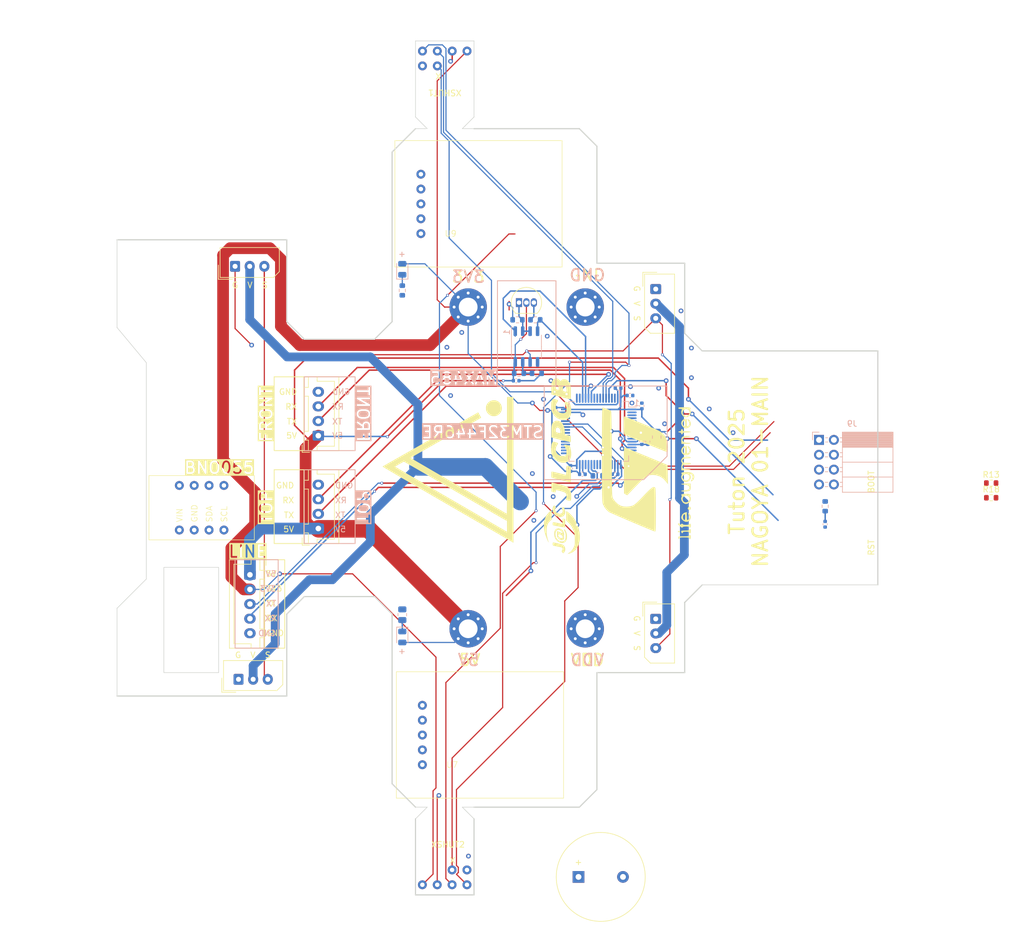
<source format=kicad_pcb>
(kicad_pcb (version 20221018) (generator pcbnew)
  (layers (0 "F.Cu" signal) (31 "B.Cu" signal) (34 "B.Paste" user) (35 "F.Paste" user) (36 "B.SilkS" user "B.Silkscreen") (37 "F.SilkS" user "F.Silkscreen") (38 "B.Mask" user) (39 "F.Mask" user) (44 "Edge.Cuts" user))
  (net 0 "")
  (net 1 "buzzer")
  (net 2 "GND")
  (net 3 "NRST")
  (net 4 "Net-(U1-VCAP_1)")
  (net 5 "+3V3")
  (net 6 "+5V")
  (net 7 "Net-(U1-VDDA)")
  (net 8 "VDD")
  (net 9 "Net-(D1-K)")
  (net 10 "Net-(D2-K)")
  (net 11 "UART4_TX")
  (net 12 "UART4_RX")
  (net 13 "UART5_TX")
  (net 14 "UART5_RX")
  (net 15 "UART2_TX")
  (net 16 "UART2_RX")
  (net 17 "STS_SIG")
  (net 18 "Net-(Q1-E)")
  (net 19 "Net-(Q1-B)")
  (net 20 "UART3_TX")
  (net 21 "BOOT0")
  (net 22 "Net-(U2-B)")
  (net 23 "Net-(U1-PB2)")
  (net 34 "XSHUT1")
  (net 35 "XSHUT2")
  (net 40 "I2C2_SCL")
  (net 45 "UART6_TX")
  (net 46 "UART6_RX")
  (net 50 "UART1_TX")
  (net 51 "UART1_RX")
  (net 57 "UART3_RX")
  (net 58 "I2C2_SDA")
  (net 61 "I2C1_SCL")
  (net 62 "I2C1_SDA")
  (net 64 "Battery_obs")
  (net 71 "Net-(J5-Pin_2)")
  (net 72 "Net-(J7-Pin_2)")
  (net 75 "Net-(U7-Trim)")
  (net 76 "Net-(U9-Trim)")
  (footprint "Connector_JST:JST_XH_B4B-XH-A_1x04_P2.50mm_Vertical" (layer "F.Cu") (at 104.394 94.488 90)
    (fp_text reference "J1" hide)
    (fp_text value "Front")
  )
  (footprint "logo:st_logo_big" (layer "F.Cu") (at 160.7 100.9 90)
    (fp_text reference "G***" hide)
    (fp_text value "LOGO" hide)
  )
  (footprint "MountingHole:MountingHole_3.2mm_M3_Pad_Via" (layer "F.Cu") (at 130 127.5)
    (fp_text reference "H4" hide)
    (fp_text value "ToMain5V")
  )
  (footprint "Resistor_SMD:R_0603_1608Metric" (layer "F.Cu") (at 219.375 102.59)
    (fp_text reference "R13")
    (fp_text value "2.2k")
  )
  (footprint "Connector_JST:JST_XH_B5B-XH-A_1x05_P2.50mm_Vertical" (layer "F.Cu") (at 92.71 118.27 -90)
    (fp_text reference "J3" hide)
    (fp_text value "toLINE")
  )
  (footprint "Connector_Molex:Molex_SPOX_5267-03A_1x03_P2.50mm_Vertical" (layer "F.Cu") (at 162.052 69.422 -90)
    (fp_text reference "J5" hide)
    (fp_text value "STS3032" hide)
  )
  (footprint "Package_TO_SOT_THT:TO-92_Inline" (layer "F.Cu") (at 138.684 71.734)
    (fp_text reference "Q1" hide)
    (fp_text value "2SA1015" hide)
  )
  (footprint "tuton:TPS5430_horizontal" (layer "F.Cu") (at 122.174 150.749)
    (fp_text reference "U7")
    (fp_text value "~")
  )
  (footprint "MountingHole:MountingHole_3.2mm_M3" (layer "F.Cu") (at 74 134)
    (fp_text reference "REF**" hide)
    (fp_text value "MountingHole_3.2mm_M3" hide)
  )
  (footprint "MountingHole:MountingHole_3.2mm_M3" (layer "F.Cu") (at 187.9 115)
    (fp_text reference "REF**" hide)
    (fp_text value "MountingHole_3.2mm_M3" hide)
  )
  (footprint "MountingHole:MountingHole_3.2mm_M3" (layer "F.Cu") (at 187.9 85)
    (fp_text reference "REF**" hide)
    (fp_text value "MountingHole_3.2mm_M3" hide)
  )
  (footprint "Connector_Molex:Molex_SPOX_5267-03A_1x03_P2.50mm_Vertical" (layer "F.Cu") (at 90.17 65.532)
    (fp_text reference "J8" hide)
    (fp_text value "STS3032" hide)
  )
  (footprint "Connector_Molex:Molex_SPOX_5267-03A_1x03_P2.50mm_Vertical" (layer "F.Cu") (at 90.758 136.144)
    (fp_text reference "J7" hide)
    (fp_text value "STS3032" hide)
  )
  (footprint "MountingHole:MountingHole_3.2mm_M3_Pad_Via" (layer "F.Cu") (at 150 72.5)
    (fp_text reference "H2" hide)
    (fp_text value "ToMainGND")
  )
  (footprint "tuton:vl53l0x_vertical" (layer "F.Cu") (at 127.254 171.27)
    (fp_text reference "U5" hide)
    (fp_text value "~")
  )
  (footprint "Connector_Molex:Molex_SPOX_5267-03A_1x03_P2.50mm_Vertical" (layer "F.Cu") (at 162.052 125.81 -90)
    (fp_text reference "J6" hide)
    (fp_text value "STS3032")
  )
  (footprint "Resistor_SMD:R_0603_1608Metric" (layer "F.Cu") (at 219.375 105.1)
    (fp_text reference "R18")
    (fp_text value "2.2k")
  )
  (footprint "MountingHole:MountingHole_3.2mm_M3_Pad_Via" (layer "F.Cu") (at 130 72.5)
    (fp_text reference "H3" hide)
    (fp_text value "ToMain3V3")
  )
  (footprint "logo:tuton_logo_big" (layer "F.Cu") (at 126.492 100.33 90)
    (fp_text reference "G***" hide)
    (fp_text value "LOGO" hide)
  )
  (footprint "tuton:vl53l0x_vertical" (layer "F.Cu") (at 124.73 28.73 180)
    (fp_text reference "U3" hide)
    (fp_text value "~")
  )
  (footprint "Connector_JST:JST_XH_B4B-XH-A_1x04_P2.50mm_Vertical" (layer "F.Cu") (at 104.394 110.363 90)
    (fp_text reference "J2" hide)
    (fp_text value "Top")
  )
  (footprint "Akiduki:BNO055" (layer "F.Cu") (at 84.455 106.807 90)
    (fp_text reference "U4" hide)
    (fp_text value "~")
  )
  (footprint "Buzzer_Beeper:Buzzer_15x7.5RM7.6" (layer "F.Cu") (at 148.854 169.926)
    (fp_text reference "BZ1" hide)
    (fp_text value "Buzzer" hide)
  )
  (footprint "tuton:TPS5430_horizontal" (layer "F.Cu") (at 121.92 59.944)
    (fp_text reference "U9")
    (fp_text value "~")
  )
  (footprint "logo:jlcpcb_logo_big" (layer "F.Cu") (at 146 99.7 90)
    (fp_text reference "G***" hide)
    (fp_text value "LOGO" hide)
  )
  (footprint "MountingHole:MountingHole_3.2mm_M3" (layer "F.Cu") (at 74 66)
    (fp_text reference "REF**" hide)
    (fp_text value "MountingHole_3.2mm_M3" hide)
  )
  (footprint "MountingHole:MountingHole_3.2mm_M3_Pad_Via" (layer "F.Cu") (at 150 127.5)
    (fp_text reference "H1" hide)
    (fp_text value "ToMainVDD")
  )
  (footprint "LED_SMD:LED_0805_2012Metric" (layer "B.Cu") (at 118.745 128.905 -90)
    (fp_text reference "D2" hide)
    (fp_text value "LED_GREEN" hide)
  )
  (footprint "Capacitor_SMD:C_0402_1005Metric" (layer "B.Cu") (at 159.679 95.496 -90)
    (fp_text reference "C10" hide)
    (fp_text value "100n" hide)
  )
  (footprint "Resistor_SMD:R_0603_1608Metric" (layer "B.Cu") (at 118.745 69.66 90)
    (fp_text reference "R7" hide)
    (fp_text value "470" hide)
  )
  (footprint "Capacitor_SMD:C_0402_1005Metric" (layer "B.Cu") (at 155.107 101.084 180)
    (fp_text reference "C4" hide)
    (fp_text value "100n" hide)
  )
  (footprint "Resistor_SMD:R_0603_1608Metric" (layer "B.Cu") (at 141.478 74.676)
    (fp_text reference "R1" hide)
    (fp_text value "7.5k" hide)
  )
  (footprint "Resistor_SMD:R_0603_1608Metric" (layer "B.Cu") (at 138.684 83.82)
    (fp_text reference "R4" hide)
    (fp_text value "2.2k" hide)
  )
  (footprint "Resistor_SMD:R_0603_1608Metric" (layer "B.Cu") (at 138.43 74.676 180)
    (fp_text reference "R3" hide)
    (fp_text value "20k" hide)
  )
  (footprint "Package_QFP:LQFP-64_10x10mm_P0.5mm" (layer "B.Cu") (at 152.313 93.754 180)
    (fp_text reference "U1" hide)
    (fp_text value "STM32F446RETx" hide)
  )
  (footprint "Capacitor_SMD:C_0402_1005Metric" (layer "B.Cu") (at 160.695 95.496 -90)
    (fp_text reference "C11" hide)
    (fp_text value "1u" hide)
  )
  (footprint "Capacitor_SMD:C_0402_1005Metric" (layer "B.Cu") (at 138.204 85.09)
    (fp_text reference "C9" hide)
    (fp_text value "100n" hide)
  )
  (footprint "Resistor_SMD:R_0603_1608Metric" (layer "B.Cu") (at 152.146 101.346)
    (fp_text reference "R6" hide)
    (fp_text value "10k" hide)
  )
  (footprint "Package_SO:SOP-8_3.9x4.9mm_P1.27mm" (layer "B.Cu") (at 139.954 79.248 -90)
    (fp_text reference "U2" hide)
    (fp_text value "MAX485ESA")
  )
  (footprint "Resistor_SMD:R_0805_2012Metric" (layer "B.Cu") (at 118.745 125.095 -90)
    (fp_text reference "R8" hide)
    (fp_text value "1k" hide)
  )
  (footprint "Capacitor_SMD:C_0402_1005Metric" (layer "B.Cu") (at 147.487 100.096 90)
    (fp_text reference "C5" hide)
    (fp_text value "100n" hide)
  )
  (footprint "Resistor_SMD:R_0603_1608Metric" (layer "B.Cu") (at 191.008 106.559 -90)
    (fp_text reference "R2" hide)
    (fp_text value "10k" hide)
  )
  (footprint "Capacitor_SMD:C_0402_1005Metric" (layer "B.Cu") (at 144.947 90.162 90)
    (fp_text reference "C6" hide)
    (fp_text value "100n" hide)
  )
  (footprint "Capacitor_SMD:C_0402_1005Metric" (layer "B.Cu") (at 191 109.629 -90)
    (fp_text reference "C1" hide)
    (fp_text value "100n" hide)
  )
  (footprint "Connector_PinSocket_2.54mm:PinSocket_2x04_P2.54mm_Horizontal" (layer "B.Cu") (at 189.955 95.21 180)
    (fp_text reference "J9")
    (fp_text value "WRITER CONN" hide)
  )
  (footprint "Resistor_SMD:R_0603_1608Metric" (layer "B.Cu") (at 141.732 83.82 180)
    (fp_text reference "R5" hide)
    (fp_text value "2.2k" hide)
  )
  (footprint "Capacitor_SMD:C_0402_1005Metric" (layer "B.Cu") (at 155.615 86.352)
    (fp_text reference "C8" hide)
    (fp_text value "100n" hide)
  )
  (footprint "Capacitor_SMD:C_0402_1005Metric" (layer "B.Cu") (at 149.519 101.084 180)
    (fp_text reference "C2" hide)
    (fp_text value "4.7u" hide)
  )
  (footprint "Capacitor_SMD:C_0402_1005Metric" (layer "B.Cu") (at 159.679 89.4 -90)
    (fp_text reference "C3" hide)
    (fp_text value "100n" hide)
  )
  (footprint "Resistor_SMD:R_0805_2012Metric" (layer "B.Cu") (at 162.219 94.734 -90)
    (fp_text reference "FB1" hide)
    (fp_text value "FerriteBead" hide)
  )
  (footprint "Capacitor_SMD:C_0402_1005Metric" (layer "B.Cu") (at 157.647 87.622)
    (fp_text reference "C7" hide)
    (fp_text value "4.7u" hide)
  )
  (footprint "LED_SMD:LED_0805_2012Metric" (layer "B.Cu") (at 118.745 66.04 90)
    (fp_text reference "D1" hide)
    (fp_text value "LED_GREEN" hide)
  )
  (gr_rect (start 135 68) (end 145 86) (stroke (width 0.15)) (fill none) (layer "B.SilkS"))
  (gr_rect (start 90.172 115.7) (end 97.536 130.81) (stroke (width 0.15)) (fill none) (layer "B.SilkS"))
  (gr_rect (start 101.990786 100.313) (end 110.682786 112.923) (stroke (width 0.15)) (fill none) (layer "B.SilkS"))
  (gr_rect (start 101.992786 84.428) (end 110.684786 97.038) (stroke (width 0.15)) (fill none) (layer "B.SilkS"))
  (gr_poly (pts (xy 143 86) (xy 143 102) (xy 160 102) (xy 164 98) (xy 164 86)) (stroke (width 0.15)) (fill none) (layer "B.SilkS"))
  (gr_rect (start 96.856 100.313) (end 101.934 112.923) (stroke (width 0.15)) (fill none) (layer "F.SilkS"))
  (gr_rect (start 96.854 84.428) (end 101.932 97.038) (stroke (width 0.15)) (fill none) (layer "F.SilkS"))
  (gr_rect (start 95.16 115.7) (end 98.65 130.82) (stroke (width 0.15)) (fill none) (layer "F.SilkS"))
  (gr_line (start 114 78) (end 102 78) (stroke (width 0.2)) (layer "Edge.Cuts"))
  (gr_line (start 167 77) (end 167 65) (stroke (width 0.2)) (layer "Edge.Cuts"))
  (gr_line (start 70 139) (end 99 139) (stroke (width 0.2)) (layer "Edge.Cuts"))
  (gr_line (start 102 78) (end 99 75) (stroke (width 0.2)) (layer "Edge.Cuts"))
  (gr_line (start 167 123) (end 170 120) (stroke (width 0.2)) (layer "Edge.Cuts"))
  (gr_line (start 152 135) (end 167 135) (stroke (width 0.2)) (layer "Edge.Cuts"))
  (gr_line (start 152 65) (end 152 45) (stroke (width 0.2)) (layer "Edge.Cuts"))
  (gr_line (start 121 160) (end 121 173) (stroke (width 0.2)) (layer "Edge.Cuts"))
  (gr_line (start 149 42) (end 131 42) (stroke (width 0.2)) (layer "Edge.Cuts"))
  (gr_line (start 99 125) (end 102 122) (stroke (width 0.2)) (layer "Edge.Cuts"))
  (gr_line (start 200 120) (end 170 120) (stroke (width 0.1)) (layer "Edge.Cuts"))
  (gr_line (start 117 46) (end 117 75) (stroke (width 0.2)) (layer "Edge.Cuts"))
  (gr_line (start 129 158) (end 131 158) (stroke (width 0.1)) (layer "Edge.Cuts"))
  (gr_rect (start 78 117) (end 87.365 135) (stroke (width 0.1)) (fill none) (layer "Edge.Cuts"))
  (gr_line (start 121 40) (end 123 42) (stroke (width 0.1)) (layer "Edge.Cuts"))
  (gr_line (start 121 42) (end 117 46) (stroke (width 0.2)) (layer "Edge.Cuts"))
  (gr_line (start 70 124) (end 75 119) (stroke (width 0.1)) (layer "Edge.Cuts"))
  (gr_line (start 75 82) (end 75 119) (stroke (width 0.1)) (layer "Edge.Cuts"))
  (gr_line (start 200 120) (end 200 80) (stroke (width 0.2)) (layer "Edge.Cuts"))
  (gr_line (start 99 75) (end 99 61) (stroke (width 0.2)) (layer "Edge.Cuts"))
  (gr_line (start 123 158) (end 121 160) (stroke (width 0.1)) (layer "Edge.Cuts"))
  (gr_line (start 121 27) (end 131 27) (stroke (width 0.1)) (layer "Edge.Cuts"))
  (gr_line (start 99 139) (end 99 125) (stroke (width 0.2)) (layer "Edge.Cuts"))
  (gr_line (start 99 61) (end 70 61) (stroke (width 0.2)) (layer "Edge.Cuts"))
  (gr_line (start 102 122) (end 114 122) (stroke (width 0.2)) (layer "Edge.Cuts"))
  (gr_line (start 70 76) (end 75 82) (stroke (width 0.1)) (layer "Edge.Cuts"))
  (gr_line (start 129 42) (end 131 42) (stroke (width 0.1)) (layer "Edge.Cuts"))
  (gr_line (start 121 158) (end 123 158) (stroke (width 0.1)) (layer "Edge.Cuts"))
  (gr_line (start 117 154) (end 121 158) (stroke (width 0.2)) (layer "Edge.Cuts"))
  (gr_line (start 131 27) (end 131 40) (stroke (width 0.1)) (layer "Edge.Cuts"))
  (gr_line (start 123 42) (end 121 42) (stroke (width 0.1)) (layer "Edge.Cuts"))
  (gr_line (start 131 40) (end 129 42) (stroke (width 0.1)) (layer "Edge.Cuts"))
  (gr_line (start 131 173) (end 131 160) (stroke (width 0.2)) (layer "Edge.Cuts"))
  (gr_line (start 131 160) (end 129 158) (stroke (width 0.1)) (layer "Edge.Cuts"))
  (gr_line (start 149 158) (end 152 155) (stroke (width 0.2)) (layer "Edge.Cuts"))
  (gr_line (start 152 45) (end 149 42) (stroke (width 0.2)) (layer "Edge.Cuts"))
  (gr_line (start 152 155) (end 152 135) (stroke (width 0.2)) (layer "Edge.Cuts"))
  (gr_line (start 170 80) (end 167 77) (stroke (width 0.2)) (layer "Edge.Cuts"))
  (gr_line (start 200 80) (end 170 80) (stroke (width 0.2)) (layer "Edge.Cuts"))
  (gr_line (start 121 40) (end 121 27) (stroke (width 0.1)) (layer "Edge.Cuts"))
  (gr_line (start 114 122) (end 117 125) (stroke (width 0.2)) (layer "Edge.Cuts"))
  (gr_line (start 121 173) (end 131 173) (stroke (width 0.2)) (layer "Edge.Cuts"))
  (gr_line (start 70 124) (end 70 139) (stroke (width 0.1)) (layer "Edge.Cuts"))
  (gr_line (start 131 158) (end 149 158) (stroke (width 0.2)) (layer "Edge.Cuts"))
  (gr_line (start 70 61) (end 70 76) (stroke (width 0.1)) (layer "Edge.Cuts"))
  (gr_line (start 167 135) (end 167 123) (stroke (width 0.2)) (layer "Edge.Cuts"))
  (gr_line (start 167 65) (end 152 65) (stroke (width 0.2)) (layer "Edge.Cuts"))
  (gr_line (start 117 75) (end 114 78) (stroke (width 0.2)) (layer "Edge.Cuts"))
  (gr_line (start 117 125) (end 117 154) (stroke (width 0.2)) (layer "Edge.Cuts"))
  (gr_text "VDD" (at 150.368 132.842) (layer "B.SilkS") (effects (font (size 2 2) (thickness 0.3)) (justify mirror)))
  (gr_text "GND" (at 97.282 128.27) (layer "B.SilkS") (effects (font (size 1 1)) (justify left mirror)))
  (gr_text "5V" (at 107.188 110.49) (layer "B.SilkS") (effects (font (size 1 1)) (justify right mirror)))
  (gr_text "RX" (at 107.188 105.537) (layer "B.SilkS") (effects (font (size 1 1)) (justify right mirror)))
  (gr_text "　FRONT　" (at 112.014 83.82 -90) (layer "B.SilkS" knockout) (effects (font (size 2 2) (thickness 0.3)) (justify right mirror)))
  (gr_text "1\n" (at 158.8 88.9) (layer "B.SilkS") (effects (font (size 1 1)) (justify mirror)))
  (gr_text "RX" (at 97.282 125.73) (layer "B.SilkS") (effects (font (size 1 1)) (justify left mirror)))
  (gr_text "+" (at 119.4 131.9) (layer "B.SilkS") (effects (font (size 1 1)) (justify left bottom mirror)))
  (gr_text "STM32F446RE" (at 121.9 93.9) (layer "B.SilkS" knockout) (effects (font (size 2 2) (thickness 0.3)) (justify right mirror)))
  (gr_text "TX" (at 97.282 123.19) (layer "B.SilkS") (effects (font (size 1 1)) (justify left mirror)))
  (gr_text "GND" (at 150.368 67.056) (layer "B.SilkS") (effects (font (size 2 2) (thickness 0.3)) (justify mirror)))
  (gr_text "TOP" (at 112.014 103.632 -90) (layer "B.SilkS" knockout) (effects (font (size 2 2) (thickness 0.3)) (justify right mirror)))
  (gr_text "GND" (at 107.188 102.997) (layer "B.SilkS") (effects (font (size 1 1)) (justify right mirror)))
  (gr_text "+" (at 119.4 64) (layer "B.SilkS") (effects (font (size 1 1)) (justify left bottom mirror)))
  (gr_text "5V" (at 106.68 94.488) (layer "B.SilkS") (effects (font (size 1 1)) (justify right mirror)))
  (gr_text "RX" (at 106.68 89.535) (layer "B.SilkS") (effects (font (size 1 1)) (justify right mirror)))
  (gr_text "5V" (at 97.282 118.11) (layer "B.SilkS") (effects (font (size 1 1)) (justify left mirror)))
  (gr_text "TX\n" (at 107.188 108.077) (layer "B.SilkS") (effects (font (size 1 1)) (justify right mirror)))
  (gr_text "3V3" (at 97.282 120.65) (layer "B.SilkS") (effects (font (size 1 1)) (justify left mirror)))
  (gr_text "3V3" (at 130.048 67.31) (layer "B.SilkS") (effects (font (size 2 2) (thickness 0.3)) (justify mirror)))
  (gr_text "GND" (at 106.68 86.995) (layer "B.SilkS") (effects (font (size 1 1)) (justify right mirror)))
  (gr_text "MAX485" (at 123.3 84.7) (layer "B.SilkS" knockout) (effects (font (size 2 2) (thickness 0.3)) (justify right mirror)))
  (gr_text "5V" (at 132.08 132.842) (layer "B.SilkS") (effects (font (size 2 2) (thickness 0.3)) (justify left mirror)))
  (gr_text "1\n" (at 136.6 76.8 90) (layer "B.SilkS") (effects (font (size 1 1)) (justify mirror)))
  (gr_text "TX\n" (at 106.68 92.075) (layer "B.SilkS") (effects (font (size 1 1)) (justify right mirror)))
  (gr_text "VDD" (at 150.368 132.842) (layer "F.SilkS") (effects (font (size 2 2) (thickness 0.3))))
  (gr_text "XSHUT2" (at 123.6 164.4) (layer "F.SilkS") (effects (font (size 1 1)) (justify left)))
  (gr_text "5V" (at 95.35 118.09) (layer "F.SilkS") (effects (font (size 1 1)) (justify left)))
  (gr_text "V" (at 158.242 128.27 -90) (layer "F.SilkS") (effects (font (size 1 1)) (justify bottom)))
  (gr_text "S" (at 158.242 74.422 -90) (layer "F.SilkS") (effects (font (size 1 1)) (justify bottom)))
  (gr_text "5V" (at 100.838 94.488) (layer "F.SilkS") (effects (font (size 1 1)) (justify right)))
  (gr_text "G" (at 90.678 132.588) (layer "F.SilkS") (effects (font (size 1 1)) (justify bottom)))
  (gr_text "RST" (at 198.882 115.062 90) (layer "F.SilkS") (effects (font (size 1 1)) (justify left)))
  (gr_text "S" (at 95.758 132.588) (layer "F.SilkS") (effects (font (size 1 1)) (justify bottom)))
  (gr_text "TOP" (at 95.504 103.632 90) (layer "F.SilkS" knockout) (effects (font (size 2 2) (thickness 0.3)) (justify right)))
  (gr_text "RX" (at 100.838 89.535) (layer "F.SilkS") (effects (font (size 1 1)) (justify right)))
  (gr_text "3V3" (at 130.048 67.31) (layer "F.SilkS") (effects (font (size 2 2) (thickness 0.3))))
  (gr_text "BNO055" (at 93.615 99.967) (layer "F.SilkS" knockout) (effects (font (size 2 2) (thickness 0.3)) (justify right)))
  (gr_text "V" (at 92.71 69.342) (layer "F.SilkS") (effects (font (size 1 1)) (justify bottom)))
  (gr_text "RX" (at 100.33 105.537) (layer "F.SilkS") (effects (font (size 1 1)) (justify right)))
  (gr_text "GND" (at 150.368 67.056) (layer "F.SilkS") (effects (font (size 2 2) (thickness 0.3))))
  (gr_text "GND" (at 100.33 102.997) (layer "F.SilkS") (effects (font (size 1 1)) (justify right)))
  (gr_text "LINE" (at 95.758 114.3) (layer "F.SilkS" knockout) (effects (font (size 2 2) (thickness 0.3)) (justify right)))
  (gr_text "5V" (at 100.33 110.49) (layer "F.SilkS") (effects (font (size 1 1)) (justify right)))
  (gr_text "V" (at 158.242 71.882 -90) (layer "F.SilkS") (effects (font (size 1 1)) (justify bottom)))
  (gr_text "5V" (at 128.27 132.842) (layer "F.SilkS") (effects (font (size 2 2) (thickness 0.3)) (justify left)))
  (gr_text "S" (at 95.25 69.342) (layer "F.SilkS") (effects (font (size 1 1)) (justify bottom)))
  (gr_text "GND" (at 95.35 128.25) (layer "F.SilkS") (effects (font (size 1 1)) (justify left)))
  (gr_text "X" (at 125.476 33.02 180) (layer "F.SilkS") (effects (font (size 1 1)) (justify left)))
  (gr_text "V" (at 93.218 132.588) (layer "F.SilkS") (effects (font (size 1 1)) (justify bottom)))
  (gr_text "　FRONT　" (at 95.504 83.82 90) (layer "F.SilkS" knockout) (effects (font (size 2 2) (thickness 0.3)) (justify right)))
  (gr_text "3V3" (at 95.35 120.63) (layer "F.SilkS") (effects (font (size 1 1)) (justify left)))
  (gr_text "G" (at 158.242 125.73 -90) (layer "F.SilkS") (effects (font (size 1 1)) (justify bottom)))
  (gr_text "G" (at 90.17 69.342) (layer "F.SilkS") (effects (font (size 1 1)) (justify bottom)))
  (gr_text "XSHUT1" (at 128.95 35.85 180) (layer "F.SilkS") (effects (font (size 1 1)) (justify left)))
  (gr_text "TX" (at 95.35 123.17) (layer "F.SilkS") (effects (font (size 1 1)) (justify left)))
  (gr_text "X" (at 126.746 167.132) (layer "F.SilkS") (effects (font (size 1 1)) (justify left)))
  (gr_text "S" (at 158.242 130.81 -90) (layer "F.SilkS") (effects (font (size 1 1)) (justify bottom)))
  (gr_text "RX" (at 95.35 125.71) (layer "F.SilkS") (effects (font (size 1 1)) (justify left)))
  (gr_text "BOOT" (at 198.882 104.394 90) (layer "F.SilkS") (effects (font (size 1 1)) (justify left)))
  (gr_text "TX\n" (at 100.33 108.077) (layer "F.SilkS") (effects (font (size 1 1)) (justify right)))
  (gr_text "TX\n" (at 100.838 92.075) (layer "F.SilkS") (effects (font (size 1 1)) (justify right)))
  (gr_text "Tuton 2025\nNAGOYA 01-MAIN" (at 181.4 100.6 90) (layer "F.SilkS") (effects (font (size 2.5 2.5) (thickness 0.4)) (justify bottom)))
  (gr_text "GND" (at 100.838 86.995) (layer "F.SilkS") (effects (font (size 1 1)) (justify right)))
  (gr_text "G" (at 158.242 69.342 -90) (layer "F.SilkS") (effects (font (size 1 1)) (justify bottom)))
  (segment (start 140.720299 117.597701) (end 136.525 121.793) (width 0.25) (layer "F.Cu") (net 1))
  (via (at 140.720299 117.597701) (size 0.8) (drill 0.4) (layers "F.Cu" "B.Cu") (net 1))
  (segment (start 151.744004 100.546) (end 152.046 100.847996) (width 0.25) (layer "B.Cu") (net 1))
  (segment (start 152.046 101.844004) (end 151.744004 102.146) (width 0.25) (layer "B.Cu") (net 1))
  (segment (start 151.337236 100.546) (end 151.744004 100.546) (width 0.25) (layer "B.Cu") (net 1))
  (segment (start 149.568 102.146) (end 140.720299 110.993701) (width 0.25) (layer "B.Cu") (net 1))
  (segment (start 151.063 99.429) (end 151.063 100.271764) (width 0.25) (layer "B.Cu") (net 1))
  (segment (start 140.720299 110.993701) (end 140.720299 117.597701) (width 0.25) (layer "B.Cu") (net 1))
  (segment (start 151.063 100.271764) (end 151.337236 100.546) (width 0.25) (layer "B.Cu") (net 1))
  (segment (start 151.744004 102.146) (end 149.568 102.146) (width 0.25) (layer "B.Cu") (net 1))
  (segment (start 152.046 100.847996) (end 152.046 101.844004) (width 0.25) (layer "B.Cu") (net 1))
  (segment (start 90.17 76.17) (end 93 79) (width 0.2) (layer "F.Cu") (net 2))
  (segment (start 124.714 156.286) (end 124.714 171.27) (width 0.2) (layer "F.Cu") (net 2))
  (segment (start 90.17 65.532) (end 90.17 76.17) (width 0.2) (layer "F.Cu") (net 2))
  (segment (start 137 72) (end 137 71.543) (width 0.2) (layer "F.Cu") (net 2))
  (segment (start 137 71.543) (end 137 73) (width 0.2) (layer "F.Cu") (net 2))
  (segment (start 125 156) (end 124.714 156.286) (width 0.2) (layer "F.Cu") (net 2))
  (segment (start 127.27 30.21) (end 127 30.48) (width 0.25) (layer "F.Cu") (net 2))
  (segment (start 127.27 28.73) (end 127.27 30.21) (width 0.25) (layer "F.Cu") (net 2))
  (via (at 137 72) (size 0.8) (drill 0.4) (layers "F.Cu" "B.Cu") (net 2))
  (via (at 141.224 108.966) (size 0.8) (drill 0.4) (layers "F.Cu" "B.Cu") (net 2))
  (via (at 157.734 86.106) (size 0.8) (drill 0.4) (layers "F.Cu" "B.Cu") (net 2))
  (via (at 127 30.48) (size 0.8) (drill 0.4) (layers "F.Cu" "B.Cu") (net 2))
  (via (at 168.148 79.502) (size 0.8) (drill 0.4) (layers "F.Cu" "B.Cu") (net 2))
  (via (at 166.37 73.152) (size 0.8) (drill 0.4) (layers "F.Cu" "B.Cu") (net 2))
  (via (at 127 87.63) (size 0.8) (drill 0.4) (layers "F.Cu" "B.Cu") (net 2))
  (via (at 140.97 100.965) (size 0.8) (drill 0.4) (layers "F.Cu" "B.Cu") (net 2))
  (via (at 162.56 86.36) (size 0.8) (drill 0.4) (layers "F.Cu" "B.Cu") (net 2))
  (via (at 125 156) (size 0.8) (drill 0.4) (layers "F.Cu" "B.Cu") (net 2))
  (via (at 159.512 93.98) (size 0.8) (drill 0.4) (layers "F.Cu" "B.Cu") (net 2))
  (via (at 143.51 77.47) (size 0.8) (drill 0.4) (layers "F.Cu" "B.Cu") (net 2))
  (via (at 144.526 104.902) (size 0.8) (drill 0.4) (layers "F.Cu" "B.Cu") (net 2))
  (via (at 130.048 166.37) (size 0.8) (drill 0.4) (layers "F.Cu" "B.Cu") (net 2))
  (via (at 128.905 76.835) (size 0.8) (drill 0.4) (layers "F.Cu" "B.Cu") (net 2))
  (via (at 144.145 85.09) (size 0.8) (drill 0.4) (layers "F.Cu" "B.Cu") (net 2))
  (via (at 148.556858 104.868858) (size 0.8) (drill 0.4) (layers "F.Cu" "B.Cu") (net 2))
  (via (at 175.26 93.98) (size 0.8) (drill 0.4) (layers "F.Cu" "B.Cu") (net 2))
  (via (at 157.988 88.9) (size 0.8) (drill 0.4) (layers "F.Cu" "B.Cu") (net 2))
  (via (at 148.59 109.728) (size 0.8) (drill 0.4) (layers "F.Cu" "B.Cu") (net 2))
  (via (at 171.196 89.916) (size 0.8) (drill 0.4) (layers "F.Cu" "B.Cu") (net 2))
  (via (at 168.148 84.582) (size 0.8) (drill 0.4) (layers "F.Cu" "B.Cu") (net 2))
  (via (at 144.018 98.044) (size 0.8) (drill 0.4) (layers "F.Cu" "B.Cu") (net 2))
  (via (at 149.606 90.932) (size 0.8) (drill 0.4) (layers "F.Cu" "B.Cu") (net 2))
  (via (at 154.432 93.726) (size 0.8) (drill 0.4) (layers "F.Cu" "B.Cu") (net 2))
  (via (at 146.812 87.376) (size 0.8) (drill 0.4) (layers "F.Cu" "B.Cu") (net 2))
  (via (at 163.576 92.456) (size 0.8) (drill 0.4) (layers "F.Cu" "B.Cu") (net 2))
  (via (at 93 79) (size 0.8) (drill 0.4) (layers "F.Cu" "B.Cu") (net 2))
  (via (at 142.875 88.265) (size 0.8) (drill 0.4) (layers "F.Cu" "B.Cu") (net 2))
  (via (at 126.365 79.375) (size 0.8) (drill 0.4) (layers "F.Cu" "B.Cu") (net 2))
  (segment (start 148.320236 89.179) (end 146.812 87.670764) (width 0.25) (layer "B.Cu") (net 2))
  (segment (start 191.008 107.384) (end 191.008 109.141) (width 0.25) (layer "B.Cu") (net 2))
  (segment (start 149.063 101.06) (end 149.039 101.084) (width 0.25) (layer "B.Cu") (net 2))
  (segment (start 155.587 99.453) (end 155.563 99.429) (width 0.25) (layer "B.Cu") (net 2))
  (segment (start 148.59 106.426) (end 148.59 109.728) (width 0.25) (layer "B.Cu") (net 2))
  (segment (start 155.563 88.921764) (end 155.305764 89.179) (width 0.25) (layer "B.Cu") (net 2))
  (segment (start 137.605 74.676) (end 137.605 72.605) (width 0.2) (layer "B.Cu") (net 2))
  (segment (start 156.725 95.083764) (end 156.725 94.699695) (width 0.25) (layer "B.Cu") (net 2))
  (segment (start 148.531 100.576) (end 149.039 101.084) (width 0.25) (layer "B.Cu") (net 2))
  (segment (start 152.971 101.346) (end 152.971 101.821) (width 0.2) (layer "B.Cu") (net 2))
  (segment (start 154.386688 101.719) (end 152.504688 103.601) (width 0.25) (layer "B.Cu") (net 2))
  (segment (start 149.063 99.429) (end 149.063 101.06) (width 0.25) (layer "B.Cu") (net 2))
  (segment (start 154.96349 101.719) (end 154.386688 101.719) (width 0.25) (layer "B.Cu") (net 2))
  (segment (start 155.751305 93.726) (end 154.432 93.726) (width 0.25) (layer "B.Cu") (net 2))
  (segment (start 141.287 85.09) (end 142.557 83.82) (width 0.25) (layer "B.Cu") (net 2))
  (segment (start 149.178 90.504) (end 149.606 90.932) (width 0.25) (layer "B.Cu") (net 2))
  (segment (start 152.971 101.821) (end 152.068 102.724) (width 0.2) (layer "B.Cu") (net 2))
  (segment (start 146.812 87.670764) (end 146.812 87.376) (width 0.25) (layer "B.Cu") (net 2))
  (segment (start 155.587 101.084) (end 155.587 101.09549) (width 0.25) (layer "B.Cu") (net 2))
  (segment (start 147.487 100.576) (end 148.531 100.576) (width 0.25) (layer "B.Cu") (net 2))
  (segment (start 157.988 95.504) (end 157.145236 95.504) (width 0.25) (layer "B.Cu") (net 2))
  (segment (start 191.008 109.141) (end 191 109.149) (width 0.25) (layer "B.Cu") (net 2))
  (segment (start 159.679 95.016) (end 159.318764 95.016) (width 0.25) (layer "B.Cu") (net 2))
  (segment (start 159.318764 95.016) (end 158.830764 95.504) (width 0.25) (layer "B.Cu") (net 2))
  (segment (start 151.415 103.601) (end 148.59 106.426) (width 0.25) (layer "B.Cu") (net 2))
  (segment (start 146.55 100.576) (end 144.018 98.044) (width 0.25) (layer "B.Cu") (net 2))
  (segment (start 160.695 95.016) (end 159.679 95.016) (width 0.25) (layer "B.Cu") (net 2))
  (segment (start 155.563 86.78) (end 155.563 88.079) (width 0.25) (layer "B.Cu") (net 2))
  (segment (start 138.684 85.09) (end 141.287 85.09) (width 0.25) (layer "B.Cu") (net 2))
  (segment (start 156.725 94.699695) (end 155.751305 93.726) (width 0.25) (layer "B.Cu") (net 2))
  (segment (start 146.638 90.504) (end 149.178 90.504) (width 0.25) (layer "B.Cu") (net 2))
  (segment (start 158.830764 95.504) (end 157.988 95.504) (width 0.25) (layer "B.Cu") (net 2))
  (segment (start 144.947 90.642) (end 145.085 90.504) (width 0.25) (layer "B.Cu") (net 2))
  (segment (start 145.085 90.504) (end 146.638 90.504) (width 0.25) (layer "B.Cu") (net 2))
  (segment (start 155.587 101.09549) (end 154.96349 101.719) (width 0.25) (layer "B.Cu") (net 2))
  (segment (start 147.487 100.576) (end 146.55 100.576) (width 0.25) (layer "B.Cu") (net 2))
  (segment (start 155.305764 89.179) (end 148.320236 89.179) (width 0.25) (layer "B.Cu") (net 2))
  (segment (start 150.701716 102.724) (end 148.556858 104.868858) (width 0.2) (layer "B.Cu") (net 2))
  (segment (start 157.145236 95.504) (end 156.725 95.083764) (width 0.25) (layer "B.Cu") (net 2))
  (segment (start 137.605 72.605) (end 137 72) (width 0.2) (layer "B.Cu") (net 2))
  (segment (start 155.135 86.352) (end 155.563 86.78) (width 0.25) (layer "B.Cu") (net 2))
  (segment (start 155.563 88.079) (end 155.563 88.921764) (width 0.25) (layer "B.Cu") (net 2))
  (segment (start 152.504688 103.601) (end 151.415 103.601) (width 0.25) (layer "B.Cu") (net 2))
  (segment (start 155.587 101.084) (end 155.587 99.453) (width 0.25) (layer "B.Cu") (net 2))
  (segment (start 152.068 102.724) (end 150.701716 102.724) (width 0.2) (layer "B.Cu") (net 2))
  (segment (start 164 95) (end 169 95) (width 0.25) (layer "F.Cu") (net 3))
  (via (at 164 95) (size 0.8) (drill 0.4) (layers "F.Cu" "B.Cu") (net 3))
  (via (at 169 95) (size 0.8) (drill 0.4) (layers "F.Cu" "B.Cu") (net 3))
  (segment (start 161.45949 94.809) (end 163.809 94.809) (width 0.25) (layer "B.Cu") (net 3))
  (segment (start 169 95) (end 182.96 108.96) (width 0.25) (layer "B.Cu") (net 3))
  (segment (start 163.809 94.809) (end 164 95) (width 0.25) (layer "B.Cu") (net 3))
  (segment (start 157.988 93.004) (end 159.65449 93.004) (width 0.25) (layer "B.Cu") (net 3))
  (segment (start 191 110.109) (end 191 110.234) (width 0.25) (layer "B.Cu") (net 3))
  (segment (start 159.65449 93.004) (end 161.45949 94.809) (width 0.25) (layer "B.Cu") (net 3))
  (segment (start 149.999 101.084) (end 149.563 100.648) (width 0.25) (layer "B.Cu") (net 4))
  (segment (start 149.563 100.648) (end 149.563 99.429) (width 0.25) (layer "B.Cu") (net 4))
  (segment (start 124.714 33.826) (end 124.714 71.247) (width 0.2) (layer "F.Cu") (net 5))
  (segment (start 88.12 98.661) (end 88.12 63.645) (width 2) (layer "F.Cu") (net 5))
  (segment (start 123.499999 79.000001) (end 130 72.5) (width 2) (layer "F.Cu") (net 5))
  (segment (start 140.97 88.9) (end 142.24 90.17) (width 0.2) (layer "F.Cu") (net 5))
  (segment (start 89.535 118.618) (end 89.535 113.727742) (width 2) (layer "F.Cu") (net 5))
  (segment (start 89.325 62.44) (end 96.095 62.44) (width 2) (layer "F.Cu") (net 5))
  (segment (start 124.5 132.358578) (end 110.251422 118.11) (width 0.2) (layer "F.Cu") (net 5))
  (segment (start 98 75.775) (end 101.225001 79.000001) (width 2) (layer "F.Cu") (net 5))
  (segment (start 129.81 28.73) (end 124.714 33.826) (width 0.2) (layer "F.Cu") (net 5))
  (segment (start 124 169.444) (end 124 155.21595) (width 0.2) (layer "F.Cu") (net 5))
  (segment (start 126.001 72.5) (end 130 72.5) (width 0.2) (layer "F.Cu") (net 5))
  (segment (start 124.5 154.71595) (end 124.5 132.358578) (width 0.2) (layer "F.Cu") (net 5))
  (segment (start 91.687 120.77) (end 89.535 118.618) (width 2) (layer "F.Cu") (net 5))
  (segment (start 89.535 113.727742) (end 93.6 109.662742) (width 2) (layer "F.Cu") (net 5))
  (segment (start 93.6 104.141) (end 88.12 98.661) (width 2) (layer "F.Cu") (net 5))
  (segment (start 122.174 171.27) (end 124 169.444) (width 0.2) (layer "F.Cu") (net 5))
  (segment (start 88.12 63.645) (end 89.325 62.44) (width 2) (layer "F.Cu") (net 5))
  (segment (start 110.251422 118.11) (end 97.79 118.11) (width 0.2) (layer "F.Cu") (net 5))
  (segment (start 98 64.345) (end 98 75.775) (width 2) (layer "F.Cu") (net 5))
  (segment (start 125.984 72.517) (end 126.001 72.5) (width 0.2) (layer "F.Cu") (net 5))
  (segment (start 142.24 90.17) (end 143.5745 90.17) (width 0.2) (layer "F.Cu") (net 5))
  (segment (start 124 155.21595) (end 124.5 154.71595) (width 0.2) (layer "F.Cu") (net 5))
  (segment (start 124.714 71.247) (end 125.984 72.517) (width 0.2) (layer "F.Cu") (net 5))
  (segment (start 92.71 120.77) (end 91.687 120.77) (width 2) (layer "F.Cu") (net 5))
  (segment (start 93.6 109.662742) (end 93.6 104.141) (width 2) (layer "F.Cu") (net 5))
  (segment (start 163.83 93.98) (end 166.31 91.5) (width 0.25) (layer "F.Cu") (net 5))
  (segment (start 96.095 62.44) (end 98 64.345) (width 2) (layer "F.Cu") (net 5))
  (segment (start 101.225001 79.000001) (end 123.499999 79.000001) (width 2) (layer "F.Cu") (net 5))
  (via (at 140.97 88.9) (size 0.8) (drill 0.4) (layers "F.Cu" "B.Cu") (net 5))
  (via (at 163.83 93.98) (size 0.5) (drill 0.3) (layers "F.Cu" "B.Cu") (net 5))
  (via (at 97.79 118.11) (size 0.8) (drill 0.4) (layers "F.Cu" "B.Cu") (net 5))
  (via (at 143.5745 90.17) (size 0.8) (drill 0.4) (layers "F.Cu" "B.Cu") (net 5))
  (segment (start 159.679 89.88) (end 159.679 91.2815) (width 0.25) (layer "B.Cu") (net 5))
  (segment (start 155.063 100.648) (end 155.063 99.429) (width 0.25) (layer "B.Cu") (net 5))
  (segment (start 159.555 90.004) (end 159.679 89.88) (width 0.25) (layer "B.Cu") (net 5))
  (segment (start 157.988 90.004) (end 154.305 90.004) (width 0.25) (layer "B.Cu") (net 5))
  (segment (start 154.627 101.084) (end 155.063 100.648) (width 0.25) (layer "B.Cu") (net 5))
  (segment (start 163.6715 93.8215) (end 163.83 93.98) (width 0.25) (layer "B.Cu") (net 5))
  (segment (start 97.79 118.11) (end 95.13 120.77) (width 0.2) (layer "B.Cu") (net 5))
  (segment (start 144.459 90.17) (end 144.947 89.682) (width 0.2) (layer "B.Cu") (net 5))
  (segment (start 157.167 87.622) (end 156.52 87.622) (width 0.25) (layer "B.Cu") (net 5))
  (segment (start 130 72.5) (end 130 80.433504) (width 0.2) (layer "B.Cu") (net 5))
  (segment (start 143.5745 90.17) (end 144.459 90.17) (width 0.2) (layer "B.Cu") (net 5))
  (segment (start 148.376 99.616) (end 148.563 99.429) (width 0.25) (layer "B.Cu") (net 5))
  (segment (start 149.994236 97.155) (end 148.563 98.586236) (width 0.25) (layer "B.Cu") (net 5))
  (segment (start 118.745 65.1025) (end 122.6025 65.1025) (width 0.2) (layer "B.Cu") (net 5))
  (segment (start 157.988 90.004) (end 159.555 90.004) (width 0.25) (layer "B.Cu") (net 5))
  (segment (start 147.407236 99.616) (end 147.487 99.616) (width 0.25) (layer "B.Cu") (net 5))
  (segment (start 153.631764 97.155) (end 149.994236 97.155) (width 0.25) (layer "B.Cu") (net 5))
  (segment (start 138.466496 88.9) (end 140.97 88.9) (width 0.2) (layer "B.Cu") (net 5))
  (segment (start 144.312 90.30551) (end 144.312 96.520764) (width 0.25) (layer "B.Cu") (net 5))
  (segment (start 156.52 87.622) (end 156.063 88.079) (width 0.25) (layer "B.Cu") (net 5))
  (segment (start 146.638 90.004) (end 154.305 90.004) (width 0.25) (layer "B.Cu") (net 5))
  (segment (start 144.312 96.520764) (end 147.407236 99.616) (width 0.25) (layer "B.Cu") (net 5))
  (segment (start 144.947 89.682) (end 144.93551 89.682) (width 0.25) (layer "B.Cu") (net 5))
  (segment (start 155.063 99.429) (end 155.063 98.586236) (width 0.25) (layer "B.Cu") (net 5))
  (segment (start 144.93551 89.682) (end 144.312 90.30551) (width 0.25) (layer "B.Cu") (net 5))
  (segment (start 155.614 90.004) (end 156.063 89.555) (width 0.25) (layer "B.Cu") (net 5))
  (segment (start 130 80.433504) (end 138.466496 88.9) (width 0.2) (layer "B.Cu") (net 5))
  (segment (start 156.095 88.047) (end 156.063 88.079) (width 0.25) (layer "B.Cu") (net 5))
  (segment (start 154.305 90.004) (end 155.614 90.004) (width 0.25) (layer "B.Cu") (net 5))
  (segment (start 146.316 89.682) (end 146.638 90.004) (width 0.25) (layer "B.Cu") (net 5))
  (segment (start 159.679 91.2815) (end 162.219 93.8215) (width 0.25) (layer "B.Cu") (net 5))
  (segment (start 148.563 98.586236) (end 148.563 99.429) (width 0.25) (layer "B.Cu") (net 5))
  (segment (start 156.095 86.352) (end 156.095 88.047) (width 0.25) (layer "B.Cu") (net 5))
  (segment (start 144.947 89.682) (end 146.316 89.682) (width 0.25) (layer "B.Cu") (net 5))
  (segment (start 95.13 120.77) (end 92.71 120.77) (width 0.2) (layer "B.Cu") (net 5))
  (segment (start 122.6025 65.1025) (end 130 72.5) (width 0.2) (layer "B.Cu") (net 5))
  (segment (start 162.219 93.8215) (end 163.6715 93.8215) (width 0.25) (layer "B.Cu") (net 5))
  (segment (start 156.063 89.555) (end 156.063 88.079) (width 0.25) (layer "B.Cu") (net 5))
  (segment (start 155.063 98.586236) (end 153.631764 97.155) (width 0.25) (layer "B.Cu") (net 5))
  (segment (start 147.487 99.616) (end 148.376 99.616) (width 0.25) (layer "B.Cu") (net 5))
  (segment (start 103.251 95.631) (end 104.394 94.488) (width 2) (layer "F.Cu") (net 6))
  (segment (start 139.954 77.046) (end 139 78) (width 0.2) (layer "F.Cu") (net 6))
  (segment (start 167.64 86.36) (end 162.5 81.22) (width 0.25) (layer "F.Cu") (net 6))
  (segment (start 139.954 71.734) (end 139.954 77.046) (width 0.2) (layer "F.Cu") (net 6))
  (segment (start 104.394 110.363) (end 103.419 110.363) (width 2) (layer "F.Cu") (net 6))
  (segment (start 100.33 83.279618) (end 100.33 92.71) (width 0.25) (layer "F.Cu") (net 6))
  (segment (start 130 127.5) (end 112.913 110.413) (width 3) (layer "F.Cu") (net 6))
  (segment (start 112.913 110.413) (end 104.444 110.413) (width 3) (layer "F.Cu") (net 6))
  (segment (start 116.205 94.672683) (end 116.205 94.659351) (width 0.25) (layer "F.Cu") (net 6))
  (segment (start 167.64 88.265) (end 167.64 86.36) (width 0.25) (layer "F.Cu") (net 6))
  (segment (start 102.219 109.163) (end 102.219 96.663) (width 2) (layer "F.Cu") (net 6))
  (segment (start 125.774351 85.09) (end 136 85.09) (width 0.25) (layer "F.Cu") (net 6))
  (segment (start 100.33 92.71) (end 103.251 95.631) (width 0.25) (layer "F.Cu") (net 6))
  (segment (start 162.5 81.22) (end 102.389618 81.22) (width 0.25) (layer "F.Cu") (net 6))
  (segment (start 102.219 96.663) (end 103.251 95.631) (width 2) (layer "F.Cu") (net 6))
  (segment (start 103.419 110.363) (end 102.219 109.163) (width 2) (layer "F.Cu") (net 6))
  (segment (start 102.389618 81.22) (end 100.33 83.279618) (width 0.25) (layer "F.Cu") (net 6))
  (segment (start 116.205 94.659351) (end 125.774351 85.09) (width 0.25) (layer "F.Cu") (net 6))
  (via (at 139 78) (size 0.5) (drill 0.3) (layers "F.Cu" "B.Cu") (net 6))
  (via (at 116.205 94.672683) (size 0.5) (drill 0.3) (layers "F.Cu" "B.Cu") (net 6))
  (via (at 167.64 88.265) (size 0.8) (drill 0.4) (layers "F.Cu" "B.Cu") (net 6))
  (via (at 136 85.09) (size 0.5) (drill 0.3) (layers "F.Cu" "B.Cu") (net 6))
  (segment (start 137.859 82.063) (end 138.049 81.873) (width 0.25) (layer "B.Cu") (net 6))
  (segment (start 116.147317 94.615) (end 104.521 94.615) (width 0.25) (layer "B.Cu") (net 6))
  (segment (start 181.153173 95.25) (end 174.625 95.25) (width 0.25) (layer "B.Cu") (net 6))
  (segment (start 137.859 83.82) (end 137.859 82.063) (width 0.25) (layer "B.Cu") (net 6))
  (segment (start 137.724 85.09) (end 137.724 83.955) (width 0.25) (layer "B.Cu") (net 6))
  (segment (start 104.521 94.615) (end 104.394 94.488) (width 0.25) (layer "B.Cu") (net 6))
  (segment (start 94.637 110.363) (end 92.71 112.29) (width 2) (layer "B.Cu") (net 6))
  (segment (start 174.625 95.25) (end 167.64 88.265) (width 0.25) (layer "B.Cu") (net 6))
  (segment (start 136 85.09) (end 137.724 85.09) (width 0.25) (layer "B.Cu") (net 6))
  (segment (start 137.724 83.955) (end 137.859 83.82) (width 0.25) (layer "B.Cu") (net 6))
  (segment (start 104.394 110.363) (end 94.637 110.363) (width 2) (layer "B.Cu") (net 6))
  (segment (start 118.745 129.8425) (end 127.6575 129.8425) (width 0.2) (layer "B.Cu") (net 6))
  (segment (start 127.6575 129.8425) (end 130 127.5) (width 0.2) (layer "B.Cu") (net 6))
  (segment (start 116.205 94.672683) (end 116.147317 94.615) (width 0.25) (layer "B.Cu") (net 6))
  (segment (start 92.71 112.29) (end 92.71 118.27) (width 2) (layer "B.Cu") (net 6))
  (segment (start 139 78) (end 138.049 78.951) (width 0.2) (layer "B.Cu") (net 6))
  (segment (start 138.049 78.951) (end 138.049 81.873) (width 0.2) (layer "B.Cu") (net 6))
  (segment (start 160.695 95.976) (end 159.679 95.976) (width 0.25) (layer "B.Cu") (net 7))
  (segment (start 161.8895 95.976) (end 162.219 95.6465) (width 0.25) (layer "B.Cu") (net 7))
  (segment (start 159.651 96.004) (end 157.988 96.004) (width 0.25) (layer "B.Cu") (net 7))
  (segment (start 159.679 95.976) (end 159.651 96.004) (width 0.25) (layer "B.Cu") (net 7))
  (segment (start 160.695 95.976) (end 161.8895 95.976) (width 0.25) (layer "B.Cu") (net 7))
  (segment (start 118.745 66.9775) (end 118.745 68.835) (width 0.2) (layer "B.Cu") (net 9))
  (segment (start 118.745 126.0075) (end 118.745 127.9675) (width 0.25) (layer "B.Cu") (net 10))
  (segment (start 154.300305 83.275) (end 156 84.974695) (width 0.25) (layer "F.Cu") (net 11))
  (segment (start 156 84.974695) (end 156 95) (width 0.25) (layer "F.Cu") (net 11))
  (segment (start 113.107 83.275) (end 154.300305 83.275) (width 0.25) (layer "F.Cu") (net 11))
  (segment (start 104.394 91.988) (end 113.107 83.275) (width 0.25) (layer "F.Cu") (net 11))
  (via (at 156 95) (size 0.8) (drill 0.4) (layers "F.Cu" "B.Cu") (net 11))
  (segment (start 157.145236 96.504) (end 157.988 96.504) (width 0.25) (layer "B.Cu") (net 11))
  (segment (start 156 95.358764) (end 157.145236 96.504) (width 0.25) (layer "B.Cu") (net 11))
  (segment (start 156 95) (end 156 95.358764) (width 0.25) (layer "B.Cu") (net 11))
  (segment (start 111.057 82.825) (end 104.394 89.488) (width 0.25) (layer "F.Cu") (net 12))
  (segment (start 156.308319 96.691681) (end 156.308319 95.716986) (width 0.25) (layer "F.Cu") (net 12))
  (segment (start 156.725 95.300305) (end 156.725 84.725) (width 0.25) (layer "F.Cu") (net 12))
  (segment (start 154.825 82.825) (end 111.057 82.825) (width 0.25) (layer "F.Cu") (net 12))
  (segment (start 156.308319 95.716986) (end 156.725 95.300305) (width 0.25) (layer "F.Cu") (net 12))
  (segment (start 156.725 84.725) (end 154.825 82.825) (width 0.25) (layer "F.Cu") (net 12))
  (via (at 156.308319 96.691681) (size 0.8) (drill 0.4) (layers "F.Cu" "B.Cu") (net 12))
  (segment (start 156.308319 96.691681) (end 156.620638 97.004) (width 0.25) (layer "B.Cu") (net 12))
  (segment (start 156.620638 97.004) (end 157.988 97.004) (width 0.25) (layer "B.Cu") (net 12))
  (segment (start 126.257 86) (end 104.394 107.863) (width 0.25) (layer "F.Cu") (net 13))
  (segment (start 150.950096 86) (end 126.257 86) (width 0.25) (layer "F.Cu") (net 13))
  (segment (start 150.975048 85.975048) (end 150.950096 86) (width 0.25) (layer "F.Cu") (net 13))
  (via (at 150.975048 85.975048) (size 0.8) (drill 0.4) (layers "F.Cu" "B.Cu") (net 13))
  (segment (start 150.563 88.079) (end 150.563 86.387096) (width 0.25) (layer "B.Cu") (net 13))
  (segment (start 150.563 86.387096) (end 150.975048 85.975048) (width 0.25) (layer "B.Cu") (net 13))
  (segment (start 154 84) (end 125.757 84) (width 0.25) (layer "F.Cu") (net 14))
  (segment (start 125.757 84) (end 104.394 105.363) (width 0.25) (layer "F.Cu") (net 14))
  (via (at 154 84) (size 0.8) (drill 0.4) (layers "F.Cu" "B.Cu") (net 14))
  (segment (start 153.974695 84) (end 151.063 86.911695) (width 0.25) (layer "B.Cu") (net 14))
  (segment (start 154 84) (end 153.974695 84) (width 0.25) (layer "B.Cu") (net 14))
  (segment (start 151.063 86.911695) (end 151.063 88.079) (width 0.25) (layer "B.Cu") (net 14))
  (segment (start 115.242104 102.6015) (end 155.6015 102.6015) (width 0.25) (layer "F.Cu") (net 15))
  (segment (start 155.6015 102.6015) (end 156 103) (width 0.25) (layer "F.Cu") (net 15))
  (via (at 115.242104 102.6015) (size 0.5) (drill 0.3) (layers "F.Cu" "B.Cu") (net 15))
  (via (at 156 103) (size 0.8) (drill 0.4) (layers "F.Cu" "B.Cu") (net 15))
  (segment (start 114.620682 102.6015) (end 115.242104 102.6015) (width 0.2) (layer "B.Cu") (net 15))
  (segment (start 93.952182 123.27) (end 114.620682 102.6015) (width 0.2) (layer "B.Cu") (net 15))
  (segment (start 156 103) (end 157.988 101.012) (width 0.25) (layer "B.Cu") (net 15))
  (segment (start 157.988 101.012) (end 157.988 97.504) (width 0.25) (layer "B.Cu") (net 15))
  (segment (start 92.71 123.27) (end 93.952182 123.27) (width 0.2) (layer "B.Cu") (net 15))
  (segment (start 154.002107 103.3265) (end 115.1535 103.3265) (width 0.25) (layer "F.Cu") (net 16))
  (segment (start 115.1535 103.3265) (end 114.6735 103.3265) (width 0.25) (layer "F.Cu") (net 16))
  (segment (start 114.6735 103.3265) (end 114 104) (width 0.25) (layer "F.Cu") (net 16))
  (via (at 154.002107 103.3265) (size 0.8) (drill 0.4) (layers "F.Cu" "B.Cu") (net 16))
  (via (at 114 104) (size 0.5) (drill 0.3) (layers "F.Cu" "B.Cu") (net 16))
  (segment (start 114 104) (end 92.71 125.29) (width 0.25) (layer "B.Cu") (net 16))
  (segment (start 154.31599 103.3265) (end 154.002107 103.3265) (width 0.25) (layer "B.Cu") (net 16))
  (segment (start 156.213 101.42949) (end 154.31599 103.3265) (width 0.25) (layer "B.Cu") (net 16))
  (segment (start 92.71 125.29) (end 92.71 125.77) (width 0.25) (layer "B.Cu") (net 16))
  (segment (start 156.213 99.579) (end 156.213 101.42949) (width 0.25) (layer "B.Cu") (net 16))
  (segment (start 156.063 99.429) (end 156.213 99.579) (width 0.25) (layer "B.Cu") (net 16))
  (segment (start 95.17 135.556) (end 95.758 136.144) (width 0.2) (layer "F.Cu") (net 17))
  (segment (start 164.465 105.41) (end 164.465 128.397) (width 0.2) (layer "F.Cu") (net 17))
  (segment (start 156.474 80) (end 140 80) (width 0.2) (layer "F.Cu") (net 17))
  (segment (start 162.052 74.422) (end 156.474 80) (width 0.2) (layer "F.Cu") (net 17))
  (segment (start 163.195 75.565) (end 163.195 80.645) (width 0.2) (layer "F.Cu") (net 17))
  (segment (start 139.355 80.645) (end 140 80) (width 0.2) (layer "F.Cu") (net 17))
  (segment (start 99.06 80.645) (end 139.355 80.645) (width 0.2) (layer "F.Cu") (net 17))
  (segment (start 95.17 65.532) (end 95.17 76.755) (width 0.2) (layer "F.Cu") (net 17))
  (segment (start 95.17 65.532) (end 95.17 135.556) (width 0.2) (layer "F.Cu") (net 17))
  (segment (start 95.17 76.755) (end 99.06 80.645) (width 0.2) (layer "F.Cu") (net 17))
  (segment (start 162.052 74.422) (end 163.195 75.565) (width 0.2) (layer "F.Cu") (net 17))
  (segment (start 164.465 128.397) (end 162.052 130.81) (width 0.2) (layer "F.Cu") (net 17))
  (via (at 163.195 80.645) (size 0.5) (drill 0.3) (layers "F.Cu" "B.Cu") (net 17))
  (via (at 140 80) (size 0.5) (drill 0.3) (layers "F.Cu" "B.Cu") (net 17))
  (via (at 164.465 105.41) (size 0.5) (drill 0.3) (layers "F.Cu" "B.Cu") (net 17))
  (segment (start 164.7 105.175) (end 164.465 105.41) (width 0.2) (layer "B.Cu") (net 17))
  (segment (start 140.589 80.589) (end 140.589 81.873) (width 0.2) (layer "B.Cu") (net 17))
  (segment (start 164.7 82.15) (end 164.7 105.175) (width 0.2) (layer "B.Cu") (net 17))
  (segment (start 163.195 80.645) (end 164.7 82.15) (width 0.2) (layer "B.Cu") (net 17))
  (segment (start 140 80) (end 140.589 80.589) (width 0.2) (layer "B.Cu") (net 17))
  (segment (start 139.319 74.74) (end 139.255 74.676) (width 0.25) (layer "B.Cu") (net 18))
  (segment (start 138.684 74.105) (end 138.684 71.734) (width 0.25) (layer "B.Cu") (net 18))
  (segment (start 139.319 76.623) (end 139.319 74.74) (width 0.25) (layer "B.Cu") (net 18))
  (segment (start 139.319 76.623) (end 140.589 76.623) (width 0.25) (layer "B.Cu") (net 18))
  (segment (start 139.255 74.676) (end 138.684 74.105) (width 0.25) (layer "B.Cu") (net 18))
  (segment (start 141.224 74.105) (end 141.224 71.734) (width 0.25) (layer "B.Cu") (net 19))
  (segment (start 140.653 74.676) (end 141.224 74.105) (width 0.25) (layer "B.Cu") (net 19))
  (segment (start 149.563 88.079) (end 149.563 81.936) (width 0.25) (layer "B.Cu") (net 20))
  (segment (start 149.563 81.936) (end 142.303 74.676) (width 0.25) (layer "B.Cu") (net 20))
  (segment (start 141.859 75.12) (end 142.303 74.676) (width 0.25) (layer "B.Cu") (net 20))
  (segment (start 141.859 76.623) (end 141.859 75.12) (width 0.25) (layer "B.Cu") (net 20))
  (segment (start 163.83 87.63) (end 166.9755 90.7755) (width 0.25) (layer "F.Cu") (net 21))
  (segment (start 163.83 85.09) (end 163.83 87.63) (width 0.25) (layer "F.Cu") (net 21))
  (segment (start 166.9755 90.7755) (end 168.275 90.7755) (width 0.25) (layer "F.Cu") (net 21))
  (via (at 168.275 90.7755) (size 0.8) (drill 0.4) (layers "F.Cu" "B.Cu") (net 21))
  (via (at 163.83 85.09) (size 0.8) (drill 0.4) (layers "F.Cu" "B.Cu") (net 21))
  (segment (start 168.275 90.7755) (end 182.0845 104.585) (width 0.25) (layer "B.Cu") (net 21))
  (segment (start 191.008 105.734) (end 191.018 105.724) (width 0.25) (layer "B.Cu") (net 21))
  (segment (start 154.063 88.079) (end 154.063 86.45251) (width 0.25) (layer "B.Cu") (net 21))
  (segment (start 155.42551 85.09) (end 163.83 85.09) (width 0.25) (layer "B.Cu") (net 21))
  (segment (start 154.063 86.45251) (end 155.42551 85.09) (width 0.25) (layer "B.Cu") (net 21))
  (segment (start 139.319 81.873) (end 139.319 83.63) (width 0.25) (layer "B.Cu") (net 22))
  (segment (start 139.509 83.82) (end 140.907 83.82) (width 0.25) (layer "B.Cu") (net 22))
  (segment (start 139.319 83.63) (end 139.509 83.82) (width 0.25) (layer "B.Cu") (net 22))
  (segment (start 150.563 100.588) (end 150.563 99.429) (width 0.25) (layer "B.Cu") (net 23))
  (segment (start 151.321 101.346) (end 150.563 100.588) (width 0.25) (layer "B.Cu") (net 23))
  (segment (start 146.685 88.9) (end 146.685 91.44) (width 0.2) (layer "F.Cu") (net 34))
  (segment (start 144.78 86.995) (end 146.685 88.9) (width 0.2) (layer "F.Cu") (net 34))
  (segment (start 146.685 91.44) (end 153.035 97.79) (width 0.2) (layer "F.Cu") (net 34))
  (via (at 153.035 97.79) (size 0.5) (drill 0.3) (layers "F.Cu" "B.Cu") (net 34))
  (via (at 144.78 86.995) (size 0.5) (drill 0.3) (layers "F.Cu" "B.Cu") (net 34))
  (segment (start 153.23141 97.79) (end 153.035 97.79) (width 0.2) (layer "B.Cu") (net 34))
  (segment (start 144.78 86.995) (end 137.127182 86.995) (width 0.2) (layer "B.Cu") (net 34))
  (segment (start 137.127182 86.995) (end 133.985 83.852818) (width 0.2) (layer "B.Cu") (net 34))
  (segment (start 125.392 42.772685) (end 125.392 31.932) (width 0.2) (layer "B.Cu") (net 34))
  (segment (start 133.985 67.945) (end 126.746 60.706) (width 0.2) (layer "B.Cu") (net 34))
  (segment (start 154.063 99.429) (end 154.063 98.62159) (width 0.2) (layer "B.Cu") (net 34))
  (segment (start 154.063 98.62159) (end 153.23141 97.79) (width 0.2) (layer "B.Cu") (net 34))
  (segment (start 126.746 44.126686) (end 125.392 42.772685) (width 0.2) (layer "B.Cu") (net 34))
  (segment (start 125.392 31.932) (end 124.73 31.27) (width 0.2) (layer "B.Cu") (net 34))
  (segment (start 126.746 60.706) (end 126.746 44.126686) (width 0.2) (layer "B.Cu") (net 34))
  (segment (start 133.985 83.852818) (end 133.985 67.945) (width 0.2) (layer "B.Cu") (net 34))
  (segment (start 141.605 116.205) (end 141.12305 116.205) (width 0.2) (layer "F.Cu") (net 35))
  (segment (start 135.89 140.97) (end 127.254 149.606) (width 0.2) (layer "F.Cu") (net 35))
  (segment (start 141.12305 116.205) (end 135.89 121.43805) (width 0.2) (layer "F.Cu") (net 35))
  (segment (start 127.254 149.606) (end 127.254 168.73) (width 0.2) (layer "F.Cu") (net 35))
  (segment (start 135.89 121.43805) (end 135.89 140.97) (width 0.2) (layer "F.Cu") (net 35))
  (via (at 141.605 116.205) (size 0.5) (drill 0.3) (layers "F.Cu" "B.Cu") (net 35))
  (segment (start 153.563 99.429) (end 153.563 100.750352) (width 0.2) (layer "B.Cu") (net 35))
  (segment (start 141.605 111.125) (end 141.605 116.205) (width 0.2) (layer "B.Cu") (net 35))
  (segment (start 153.563 100.750352) (end 153.671 100.858352) (width 0.2) (layer "B.Cu") (net 35))
  (segment (start 147.48096 106.934) (end 145.796 106.934) (width 0.2) (layer "B.Cu") (net 35))
  (segment (start 151.29096 103.124) (end 147.48096 106.934) (width 0.2) (layer "B.Cu") (net 35))
  (segment (start 153.671 100.858352) (end 153.671 101.833648) (width 0.2) (layer "B.Cu") (net 35))
  (segment (start 145.796 106.934) (end 141.605 111.125) (width 0.2) (layer "B.Cu") (net 35))
  (segment (start 153.671 101.833648) (end 152.380648 103.124) (width 0.2) (layer "B.Cu") (net 35))
  (segment (start 152.380648 103.124) (end 151.29096 103.124) (width 0.2) (layer "B.Cu") (net 35))
  (segment (start 175.345 100.245) (end 181.61 93.98) (width 0.2) (layer "F.Cu") (net 50))
  (segment (start 156.76 100.245) (end 175.345 100.245) (width 0.2) (layer "F.Cu") (net 50))
  (segment (start 153.043875 96.528875) (end 156.76 100.245) (width 0.2) (layer "F.Cu") (net 50))
  (segment (start 153.043875 96.511125) (end 153.043875 96.528875) (width 0.2) (layer "F.Cu") (net 50))
  (via (at 153.043875 96.511125) (size 0.5) (drill 0.3) (layers "F.Cu" "B.Cu") (net 50))
  (segment (start 153.043875 96.511125) (end 149.53675 93.004) (width 0.2) (layer "B.Cu") (net 50))
  (segment (start 149.53675 93.004) (end 146.638 93.004) (width 0.2) (layer "B.Cu") (net 50))
  (segment (start 161.925 99.695) (end 174.625 99.695) (width 0.2) (layer "F.Cu") (net 51))
  (segment (start 174.625 99.695) (end 182.245 92.075) (width 0.2) (layer "F.Cu") (net 51))
  (segment (start 157.4135 99.695) (end 161.925 99.695) (width 0.2) (layer "F.Cu") (net 51))
  (via (at 157.4135 99.695) (size 0.5) (drill 0.3) (layers "F.Cu" "B.Cu") (net 51))
  (segment (start 157.48 99.6285) (end 157.4135 99.695) (width 0.2) (layer "B.Cu") (net 51))
  (segment (start 150.44541 92.504) (end 157.48 99.53859) (width 0.2) (layer "B.Cu") (net 51))
  (segment (start 157.48 99.53859) (end 157.48 99.6285) (width 0.2) (layer "B.Cu") (net 51))
  (segment (start 146.638 92.504) (end 150.44541 92.504) (width 0.2) (layer "B.Cu") (net 51))
  (segment (start 150.063 77.548103) (end 150.063 88.079) (width 0.25) (layer "B.Cu") (net 57))
  (segment (start 142.272346 69.757449) (end 150.063 77.548103) (width 0.25) (layer "B.Cu") (net 57))
  (segment (start 138.049 76.623) (end 138.049 77.447999) (width 0.25) (layer "B.Cu") (net 57))
  (segment (start 136 71) (end 137.242551 69.757449) (width 0.25) (layer "B.Cu") (net 57))
  (segment (start 136 74.574) (end 136 71) (width 0.25) (layer "B.Cu") (net 57))
  (segment (start 138.049 76.623) (end 136 74.574) (width 0.25) (layer "B.Cu") (net 57))
  (segment (start 137.242551 69.757449) (end 142.272346 69.757449) (width 0.25) (layer "B.Cu") (net 57))
  (segment (start 140.97 107.95) (end 141.605 107.315) (width 0.2) (layer "F.Cu") (net 61))
  (segment (start 126.192 136.698) (end 135.49 127.4) (width 0.2) (layer "F.Cu") (net 61))
  (segment (start 136.961895 60) (end 138 60) (width 0.2) (layer "F.Cu") (net 61))
  (segment (start 135.49 127.4) (end 135.49 113.43) (width 0.2) (layer "F.Cu") (net 61))
  (segment (start 135.49 113.43) (end 140.97 107.95) (width 0.2) (layer "F.Cu") (net 61))
  (segment (start 126.192 170.208) (end 126.192 136.698) (width 0.2) (layer "F.Cu") (net 61))
  (segment (start 126.476895 70.485) (end 136.961895 60) (width 0.2) (layer "F.Cu") (net 61))
  (segment (start 127.254 171.27) (end 126.192 170.208) (width 0.2) (layer "F.Cu") (net 61))
  (via (at 126.476895 70.485) (size 0.5) (drill 0.3) (layers "F.Cu" "B.Cu") (net 61))
  (via (at 141.605 107.315) (size 0.5) (drill 0.3) (layers "F.Cu" "B.Cu") (net 61))
  (segment (start 153.875735 84.7) (end 153.063 85.512735) (width 0.2) (layer "B.Cu") (net 61))
  (segment (start 153.063 85.512735) (end 153.063 88.079) (width 0.2) (layer "B.Cu") (net 61))
  (segment (start 154.7 71.515) (end 154.7 84.28995) (width 0.2) (layer "B.Cu") (net 61))
  (segment (start 125.095 87.63) (end 141.605 104.14) (width 0.2) (layer "B.Cu") (net 61))
  (segment (start 125.095 71.866895) (end 125.095 87.63) (width 0.2) (layer "B.Cu") (net 61))
  (segment (start 125.792 42.607) (end 154.7 71.515) (width 0.2) (layer "B.Cu") (net 61))
  (segment (start 124.73 28.73) (end 125.792 29.792) (width 0.2) (layer "B.Cu") (net 61))
  (segment (start 154.28995 84.7) (end 153.875735 84.7) (width 0.2) (layer "B.Cu") (net 61))
  (segment (start 141.605 104.14) (end 141.605 107.315) (width 0.2) (layer "B.Cu") (net 61))
  (segment (start 154.7 84.28995) (end 154.28995 84.7) (width 0.2) (layer "B.Cu") (net 61))
  (segment (start 125.792 29.792) (end 125.792 42.607) (width 0.2) (layer "B.Cu") (net 61))
  (segment (start 126.476895 70.485) (end 125.095 71.866895) (width 0.2) (layer "B.Cu") (net 61))
  (segment (start 128 155) (end 146.5 136.5) (width 0.2) (layer "F.Cu") (net 62))
  (segment (start 148.782 120.458) (end 148.782 111.952) (width 0.2) (layer "F.Cu") (net 62))
  (segment (start 156.914314 81.915) (end 157.48 82.480686) (width 0.2) (layer "F.Cu") (net 62))
  (segment (start 128 167.974105) (end 128 155) (width 0.2) (layer "F.Cu") (net 62))
  (segment (start 147.32 81.915) (end 156.914314 81.915) (width 0.2) (layer "F.Cu") (net 62))
  (segment (start 128.004947 169.480947) (end 128.316 169.169895) (width 0.2) (layer "F.Cu") (net 62))
  (segment (start 148.782 111.952) (end 142.875 106.045) (width 0.2) (layer "F.Cu") (net 62))
  (segment (start 146.5 122.74) (end 148.782 120.458) (width 0.2) (layer "F.Cu") (net 62))
  (segment (start 128.316 169.169895) (end 128.316 168.290105) (width 0.2) (layer "F.Cu") (net 62))
  (segment (start 128.316 168.290105) (end 128 167.974105) (width 0.2) (layer "F.Cu") (net 62))
  (segment (start 129.794 171.27) (end 128.004947 169.480947) (width 0.2) (layer "F.Cu") (net 62))
  (segment (start 146.5 136.5) (end 146.5 122.74) (width 0.2) (layer "F.Cu") (net 62))
  (via (at 142.875 106.045) (size 0.5) (drill 0.3) (layers "F.Cu" "B.Cu") (net 62))
  (via (at 157.48 82.480686) (size 0.5) (drill 0.3) (layers "F.Cu" "B.Cu") (net 62))
  (via (at 147.32 81.915) (size 0.5) (drill 0.3) (layers "F.Cu" "B.Cu") (net 62))
  (segment (start 154.455636 85.1) (end 155.1 84.455635) (width 0.2) (layer "B.Cu") (net 62))
  (segment (start 126.208 42.271) (end 157.48 73.543) (width 0.2) (layer "B.Cu") (net 62))
  (segment (start 125.585895 27.668) (end 126.208 28.290105) (width 0.2) (layer "B.Cu") (net 62))
  (segment (start 154.041421 85.1) (end 154.455636 85.1) (width 0.2) (layer "B.Cu") (net 62))
  (segment (start 123.252 27.668) (end 125.585895 27.668) (width 0.2) (layer "B.Cu") (net 62))
  (segment (start 142.875 89.677818) (end 147.32 85.232818) (width 0.2) (layer "B.Cu") (net 62))
  (segment (start 122.19 28.73) (end 123.252 27.668) (width 0.2) (layer "B.Cu") (net 62))
  (segment (start 157.48 73.543) (end 157.48 82.480686) (width 0.2) (layer "B.Cu") (net 62))
  (segment (start 155.1 83.66) (end 156.279314 82.480686) (width 0.2) (layer "B.Cu") (net 62))
  (segment (start 153.563 85.578421) (end 154.041421 85.1) (width 0.2) (layer "B.Cu") (net 62))
  (segment (start 126.208 28.290105) (end 126.208 42.271) (width 0.2) (layer "B.Cu") (net 62))
  (segment (start 142.875 106.045) (end 142.875 89.677818) (width 0.2) (layer "B.Cu") (net 62))
  (segment (start 147.32 85.232818) (end 147.32 81.915) (width 0.2) (layer "B.Cu") (net 62))
  (segment (start 153.563 88.079) (end 153.563 85.578421) (width 0.2) (layer "B.Cu") (net 62))
  (segment (start 155.1 84.455635) (end 155.1 83.66) (width 0.2) (layer "B.Cu") (net 62))
  (segment (start 156.279314 82.480686) (end 157.48 82.480686) (width 0.2) (layer "B.Cu") (net 62))
  (segment (start 162.530984 128.31) (end 163.939 126.901984) (width 1.5) (layer "B.Cu") (net 71))
  (segment (start 162.052 71.922) (end 162.172584 71.922) (width 1.5) (layer "B.Cu") (net 71))
  (segment (start 162.172584 71.922) (end 166.116 75.865416) (width 1.5) (layer "B.Cu") (net 71))
  (segment (start 166.939 105.979) (end 166.939 114.856) (width 1.5) (layer "B.Cu") (net 71))
  (segment (start 166.116 75.865416) (end 166.116 105.156) (width 1.5) (layer "B.Cu") (net 71))
  (segment (start 166.939 114.856) (end 163.939 117.856) (width 1.5) (layer "B.Cu") (net 71))
  (segment (start 166.116 105.156) (end 166.939 105.979) (width 1.5) (layer "B.Cu") (net 71))
  (segment (start 163.939 126.901984) (end 163.939 117.856) (width 1.5) (layer "B.Cu") (net 71))
  (segment (start 162.052 128.31) (end 162.530984 128.31) (width 1.5) (layer "B.Cu") (net 71))
  (segment (start 92.67 74.636) (end 92.67 65.532) (width 1.5) (layer "B.Cu") (net 72))
  (segment (start 93.258 133.818) (end 97.028 130.048) (width 1.5) (layer "B.Cu") (net 72))
  (segment (start 121.412 89.154) (end 113.284 81.026) (width 1.5) (layer "B.Cu") (net 72))
  (segment (start 113.284 112.627) (end 113.284 107.95) (width 1.5) (layer "B.Cu") (net 72))
  (segment (start 113.284 107.95) (end 121.412 99.822) (width 1.5) (layer "B.Cu") (net 72))
  (segment (start 99.06 81.026) (end 92.67 74.636) (width 1.5) (layer "B.Cu") (net 72))
  (segment (start 93.258 136.144) (end 93.258 133.818) (width 1.5) (layer "B.Cu") (net 72))
  (segment (start 106.785 119.126) (end 113.284 112.627) (width 1.5) (layer "B.Cu") (net 72))
  (segment (start 113.284 81.026) (end 99.06 81.026) (width 1.5) (layer "B.Cu") (net 72))
  (segment (start 97.028 124.968) (end 102.87 119.126) (width 1.5) (layer "B.Cu") (net 72))
  (segment (start 121.412 99.822) (end 132.949748 99.822) (width 3) (layer "B.Cu") (net 72))
  (segment (start 121.412 99.822) (end 121.412 89.154) (width 1.5) (layer "B.Cu") (net 72))
  (segment (start 97.028 130.048) (end 97.028 124.968) (width 1.5) (layer "B.Cu") (net 72))
  (segment (start 102.87 119.126) (end 106.785 119.126) (width 1.5) (layer "B.Cu") (net 72))
  (segment (start 132.949748 99.822) (end 138.878 105.750252) (width 3) (layer "B.Cu") (net 72))
)
</source>
